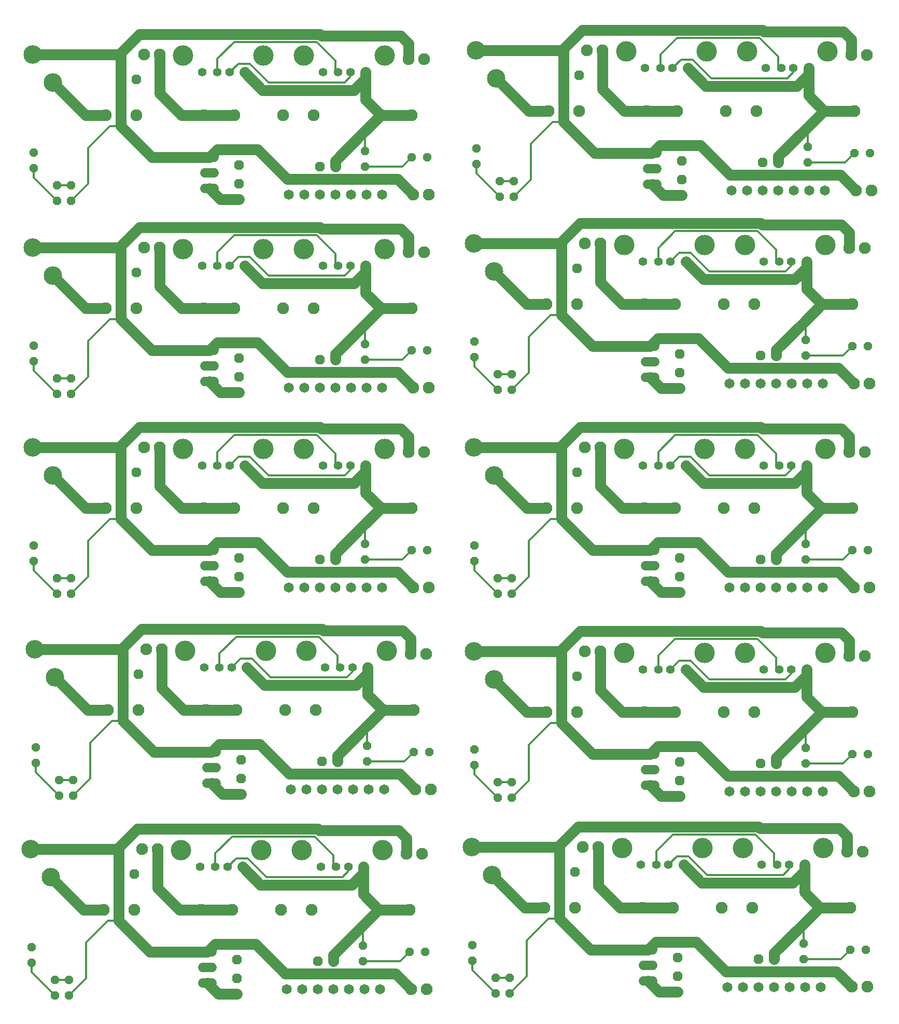
<source format=gtl>
G75*
G70*
%OFA0B0*%
%FSLAX24Y24*%
%IPPOS*%
%LPD*%
G04 *
G04 macro definitions for tiled file 'copperStiched.GTL':*
G04 *
%AMOC8*
5,1,8,0,0,1.08239X$1,22.5*
%
G04 *
G04 aperture list for tiled file 'copperStiched.GTL':*
G04 *
%ADD21C,0.0120*%
%ADD18C,0.1185*%
%ADD11C,0.0650*%
%ADD15C,0.0600*%
%ADD20C,0.0700*%
%ADD19OC8,0.0520*%
%ADD14C,0.0768*%
%ADD13C,0.1310*%
%ADD16OC8,0.0630*%
%ADD12C,0.0560*%
%ADD10C,0.0760*%
%ADD17C,0.0630*%
G04 *
G04 next data from source file './adk-aDAPTERanothercopy/top_copper.GTL', *
G04 source file key is 'infile_0003'. *
G04 *
D10*
X038825Y108316D03*
X039825Y108316D03*
X055825Y108016D03*
X056825Y108016D03*
X057126Y099317D03*
X056126Y099317D03*
D11*
X054125Y099316D03*
X053125Y099316D03*
X052125Y099316D03*
X051125Y099316D03*
X050125Y099316D03*
X049125Y099316D03*
X048125Y099316D03*
D12*
X050330Y107156D03*
X051310Y107156D03*
X052100Y107156D03*
X053080Y107156D03*
X045310Y107156D03*
X044330Y107156D03*
X043540Y107156D03*
X042560Y107156D03*
D13*
X041350Y108226D03*
X046520Y108226D03*
X049120Y108226D03*
X054290Y108226D03*
D14*
X054056Y104416D03*
X056025Y104416D03*
X049725Y104416D03*
X047757Y104416D03*
X044625Y104416D03*
X042656Y104416D03*
X038325Y104416D03*
X036357Y104416D03*
D15*
X042725Y101716D02*
X043325Y101716D01*
X043325Y100716D02*
X042725Y100716D01*
X042725Y099716D02*
X043325Y099716D01*
D16*
X044925Y100016D03*
X044925Y101216D03*
X050125Y101116D03*
X038325Y106716D03*
D17*
X037325Y106716D03*
X044925Y102216D03*
X044925Y099016D03*
X051125Y101116D03*
D18*
X032975Y106516D03*
X031675Y108316D03*
D19*
X033225Y098916D03*
X034125Y098916D03*
X034125Y099916D03*
X033225Y099916D03*
X031725Y101016D03*
X031725Y102016D03*
X053025Y102116D03*
X053025Y101116D03*
X056025Y101716D03*
X057025Y101716D03*
D20*
X055127Y100316D02*
X056126Y099317D01*
X055127Y100316D02*
X048025Y100316D01*
X046125Y102216D01*
X044925Y102216D01*
X043525Y102216D01*
X043025Y101716D01*
X039325Y101716D01*
X037325Y103716D01*
X037325Y106716D01*
X037325Y108316D01*
X031675Y108316D01*
X032975Y106516D02*
X035075Y104416D01*
X036357Y104416D01*
X039825Y105816D02*
X039825Y108316D01*
X038525Y109616D02*
X037325Y108416D01*
X037325Y108316D01*
X038525Y109616D02*
X050125Y109616D01*
X050225Y109516D01*
X055325Y109516D01*
X055825Y109016D01*
X055825Y108016D01*
X053080Y107156D02*
X053080Y106771D01*
X052325Y106016D01*
X046450Y106016D01*
X045310Y107156D01*
X044625Y104416D02*
X042656Y104416D01*
X041225Y104416D01*
X039825Y105816D01*
X043025Y099716D02*
X043725Y099016D01*
X044925Y099016D01*
X051125Y101116D02*
X051125Y101486D01*
X052841Y103201D01*
X054056Y104416D01*
X056025Y104416D01*
X054056Y104416D02*
X053080Y105392D01*
X053080Y107156D01*
D21*
X052100Y107156D02*
X052100Y106891D01*
X051725Y106516D01*
X046825Y106516D01*
X045625Y107716D01*
X044890Y107716D01*
X044330Y107156D01*
X043540Y107156D02*
X043540Y108031D01*
X044625Y109116D01*
X049925Y109116D01*
X051125Y107916D01*
X051125Y107341D01*
X051310Y107156D01*
X052841Y103201D02*
X053025Y103016D01*
X053025Y102116D01*
X053025Y101116D02*
X055425Y101116D01*
X056025Y101716D01*
X037325Y103716D02*
X036625Y103716D01*
X035225Y102316D01*
X035225Y100016D01*
X034125Y098916D01*
X033225Y098916D02*
X031725Y100416D01*
X031725Y101016D01*
X033225Y099916D02*
X034125Y099916D01*
G04 *
G04 next data from source file './adk-aDAPTER/top_copper.GTL', *
G04 source file key is 'infile_0010'. *
G04 *
D10*
X038825Y082126D03*
X039825Y082126D03*
X055825Y081826D03*
X056825Y081826D03*
X057126Y073127D03*
X056126Y073127D03*
D11*
X054125Y073126D03*
X053125Y073126D03*
X052125Y073126D03*
X051125Y073126D03*
X050125Y073126D03*
X049125Y073126D03*
X048125Y073126D03*
D12*
X050330Y080966D03*
X051310Y080966D03*
X052100Y080966D03*
X053080Y080966D03*
X045310Y080966D03*
X044330Y080966D03*
X043540Y080966D03*
X042560Y080966D03*
D13*
X041350Y082036D03*
X046520Y082036D03*
X049120Y082036D03*
X054290Y082036D03*
D14*
X054056Y078226D03*
X056025Y078226D03*
X049725Y078226D03*
X047757Y078226D03*
X044625Y078226D03*
X042656Y078226D03*
X038325Y078226D03*
X036357Y078226D03*
D15*
X042725Y075526D02*
X043325Y075526D01*
X043325Y074526D02*
X042725Y074526D01*
X042725Y073526D02*
X043325Y073526D01*
D16*
X044925Y073826D03*
X044925Y075026D03*
X050125Y074926D03*
X038325Y080526D03*
D17*
X037325Y080526D03*
X044925Y076026D03*
X044925Y072826D03*
X051125Y074926D03*
D18*
X032975Y080326D03*
X031675Y082126D03*
D19*
X033225Y072726D03*
X034125Y072726D03*
X034125Y073726D03*
X033225Y073726D03*
X031725Y074826D03*
X031725Y075826D03*
X053025Y075926D03*
X053025Y074926D03*
X056025Y075526D03*
X057025Y075526D03*
D20*
X055127Y074126D02*
X056126Y073127D01*
X055127Y074126D02*
X048025Y074126D01*
X046125Y076026D01*
X044925Y076026D01*
X043525Y076026D01*
X043025Y075526D01*
X039325Y075526D01*
X037325Y077526D01*
X037325Y080526D01*
X037325Y082126D01*
X031675Y082126D01*
X032975Y080326D02*
X035075Y078226D01*
X036357Y078226D01*
X039825Y079626D02*
X039825Y082126D01*
X038525Y083426D02*
X037325Y082226D01*
X037325Y082126D01*
X038525Y083426D02*
X050125Y083426D01*
X050225Y083326D01*
X055325Y083326D01*
X055825Y082826D01*
X055825Y081826D01*
X053080Y080966D02*
X053080Y080581D01*
X052325Y079826D01*
X046450Y079826D01*
X045310Y080966D01*
X044625Y078226D02*
X042656Y078226D01*
X041225Y078226D01*
X039825Y079626D01*
X043025Y073526D02*
X043725Y072826D01*
X044925Y072826D01*
X051125Y074926D02*
X051125Y075296D01*
X052841Y077011D01*
X054056Y078226D01*
X056025Y078226D01*
X054056Y078226D02*
X053080Y079202D01*
X053080Y080966D01*
D21*
X052100Y080966D02*
X052100Y080701D01*
X051725Y080326D01*
X046825Y080326D01*
X045625Y081526D01*
X044890Y081526D01*
X044330Y080966D01*
X043540Y080966D02*
X043540Y081841D01*
X044625Y082926D01*
X049925Y082926D01*
X051125Y081726D01*
X051125Y081151D01*
X051310Y080966D01*
X052841Y077011D02*
X053025Y076826D01*
X053025Y075926D01*
X053025Y074926D02*
X055425Y074926D01*
X056025Y075526D01*
X037325Y077526D02*
X036625Y077526D01*
X035225Y076126D01*
X035225Y073826D01*
X034125Y072726D01*
X033225Y072726D02*
X031725Y074226D01*
X031725Y074826D01*
X033225Y073726D02*
X034125Y073726D01*
G04 *
G04 next data from source file './adk-aDAPTER6thcopy/top_copper.GTL', *
G04 source file key is 'infile_0008'. *
G04 *
D10*
X038825Y095221D03*
X039825Y095221D03*
X055825Y094921D03*
X056825Y094921D03*
X057126Y086222D03*
X056126Y086222D03*
D11*
X054125Y086221D03*
X053125Y086221D03*
X052125Y086221D03*
X051125Y086221D03*
X050125Y086221D03*
X049125Y086221D03*
X048125Y086221D03*
D12*
X050330Y094061D03*
X051310Y094061D03*
X052100Y094061D03*
X053080Y094061D03*
X045310Y094061D03*
X044330Y094061D03*
X043540Y094061D03*
X042560Y094061D03*
D13*
X041350Y095131D03*
X046520Y095131D03*
X049120Y095131D03*
X054290Y095131D03*
D14*
X054056Y091321D03*
X056025Y091321D03*
X049725Y091321D03*
X047757Y091321D03*
X044625Y091321D03*
X042656Y091321D03*
X038325Y091321D03*
X036357Y091321D03*
D15*
X042725Y088621D02*
X043325Y088621D01*
X043325Y087621D02*
X042725Y087621D01*
X042725Y086621D02*
X043325Y086621D01*
D16*
X044925Y086921D03*
X044925Y088121D03*
X050125Y088021D03*
X038325Y093621D03*
D17*
X037325Y093621D03*
X044925Y089121D03*
X044925Y085921D03*
X051125Y088021D03*
D18*
X032975Y093421D03*
X031675Y095221D03*
D19*
X033225Y085821D03*
X034125Y085821D03*
X034125Y086821D03*
X033225Y086821D03*
X031725Y087921D03*
X031725Y088921D03*
X053025Y089021D03*
X053025Y088021D03*
X056025Y088621D03*
X057025Y088621D03*
D20*
X055127Y087221D02*
X056126Y086222D01*
X055127Y087221D02*
X048025Y087221D01*
X046125Y089121D01*
X044925Y089121D01*
X043525Y089121D01*
X043025Y088621D01*
X039325Y088621D01*
X037325Y090621D01*
X037325Y093621D01*
X037325Y095221D01*
X031675Y095221D01*
X032975Y093421D02*
X035075Y091321D01*
X036357Y091321D01*
X039825Y092721D02*
X039825Y095221D01*
X038525Y096521D02*
X037325Y095321D01*
X037325Y095221D01*
X038525Y096521D02*
X050125Y096521D01*
X050225Y096421D01*
X055325Y096421D01*
X055825Y095921D01*
X055825Y094921D01*
X053080Y094061D02*
X053080Y093676D01*
X052325Y092921D01*
X046450Y092921D01*
X045310Y094061D01*
X044625Y091321D02*
X042656Y091321D01*
X041225Y091321D01*
X039825Y092721D01*
X043025Y086621D02*
X043725Y085921D01*
X044925Y085921D01*
X051125Y088021D02*
X051125Y088391D01*
X052841Y090106D01*
X054056Y091321D01*
X056025Y091321D01*
X054056Y091321D02*
X053080Y092297D01*
X053080Y094061D01*
D21*
X052100Y094061D02*
X052100Y093796D01*
X051725Y093421D01*
X046825Y093421D01*
X045625Y094621D01*
X044890Y094621D01*
X044330Y094061D01*
X043540Y094061D02*
X043540Y094936D01*
X044625Y096021D01*
X049925Y096021D01*
X051125Y094821D01*
X051125Y094246D01*
X051310Y094061D01*
X052841Y090106D02*
X053025Y089921D01*
X053025Y089021D01*
X053025Y088021D02*
X055425Y088021D01*
X056025Y088621D01*
X037325Y090621D02*
X036625Y090621D01*
X035225Y089221D01*
X035225Y086921D01*
X034125Y085821D01*
X033225Y085821D02*
X031725Y087321D01*
X031725Y087921D01*
X033225Y086821D02*
X034125Y086821D01*
G04 *
G04 next data from source file './adk-aDAPTERcopy/top_copper.GTL', *
G04 source file key is 'infile_0007'. *
G04 *
D10*
X010610Y082261D03*
X011610Y082261D03*
X027610Y081961D03*
X028610Y081961D03*
X028911Y073262D03*
X027911Y073262D03*
D11*
X025910Y073261D03*
X024910Y073261D03*
X023910Y073261D03*
X022910Y073261D03*
X021910Y073261D03*
X020910Y073261D03*
X019910Y073261D03*
D12*
X022115Y081101D03*
X023095Y081101D03*
X023885Y081101D03*
X024865Y081101D03*
X017095Y081101D03*
X016115Y081101D03*
X015325Y081101D03*
X014345Y081101D03*
D13*
X013135Y082171D03*
X018305Y082171D03*
X020905Y082171D03*
X026075Y082171D03*
D14*
X025841Y078361D03*
X027810Y078361D03*
X021510Y078361D03*
X019542Y078361D03*
X016410Y078361D03*
X014441Y078361D03*
X010110Y078361D03*
X008142Y078361D03*
D15*
X014510Y075661D02*
X015110Y075661D01*
X015110Y074661D02*
X014510Y074661D01*
X014510Y073661D02*
X015110Y073661D01*
D16*
X016710Y073961D03*
X016710Y075161D03*
X021910Y075061D03*
X010110Y080661D03*
D17*
X009110Y080661D03*
X016710Y076161D03*
X016710Y072961D03*
X022910Y075061D03*
D18*
X004760Y080461D03*
X003460Y082261D03*
D19*
X005010Y072861D03*
X005910Y072861D03*
X005910Y073861D03*
X005010Y073861D03*
X003510Y074961D03*
X003510Y075961D03*
X024810Y076061D03*
X024810Y075061D03*
X027810Y075661D03*
X028810Y075661D03*
D20*
X026912Y074261D02*
X027911Y073262D01*
X026912Y074261D02*
X019810Y074261D01*
X017910Y076161D01*
X016710Y076161D01*
X015310Y076161D01*
X014810Y075661D01*
X011110Y075661D01*
X009110Y077661D01*
X009110Y080661D01*
X009110Y082261D01*
X003460Y082261D01*
X004760Y080461D02*
X006860Y078361D01*
X008142Y078361D01*
X011610Y079761D02*
X011610Y082261D01*
X010310Y083561D02*
X009110Y082361D01*
X009110Y082261D01*
X010310Y083561D02*
X021910Y083561D01*
X022010Y083461D01*
X027110Y083461D01*
X027610Y082961D01*
X027610Y081961D01*
X024865Y081101D02*
X024865Y080716D01*
X024110Y079961D01*
X018235Y079961D01*
X017095Y081101D01*
X016410Y078361D02*
X014441Y078361D01*
X013010Y078361D01*
X011610Y079761D01*
X014810Y073661D02*
X015510Y072961D01*
X016710Y072961D01*
X022910Y075061D02*
X022910Y075431D01*
X024626Y077146D01*
X025841Y078361D01*
X027810Y078361D01*
X025841Y078361D02*
X024865Y079337D01*
X024865Y081101D01*
D21*
X023885Y081101D02*
X023885Y080836D01*
X023510Y080461D01*
X018610Y080461D01*
X017410Y081661D01*
X016675Y081661D01*
X016115Y081101D01*
X015325Y081101D02*
X015325Y081976D01*
X016410Y083061D01*
X021710Y083061D01*
X022910Y081861D01*
X022910Y081286D01*
X023095Y081101D01*
X024626Y077146D02*
X024810Y076961D01*
X024810Y076061D01*
X024810Y075061D02*
X027210Y075061D01*
X027810Y075661D01*
X009110Y077661D02*
X008410Y077661D01*
X007010Y076261D01*
X007010Y073961D01*
X005910Y072861D01*
X005010Y072861D02*
X003510Y074361D01*
X003510Y074961D01*
X005010Y073861D02*
X005910Y073861D01*
G04 *
G04 next data from source file './adk-aDAPTERcopycopy/top_copper.GTL', *
G04 source file key is 'infile_0004'. *
G04 *
D10*
X010340Y069436D03*
X011340Y069436D03*
X027340Y069136D03*
X028340Y069136D03*
X028641Y060437D03*
X027641Y060437D03*
D11*
X025640Y060436D03*
X024640Y060436D03*
X023640Y060436D03*
X022640Y060436D03*
X021640Y060436D03*
X020640Y060436D03*
X019640Y060436D03*
D12*
X021845Y068276D03*
X022825Y068276D03*
X023615Y068276D03*
X024595Y068276D03*
X016825Y068276D03*
X015845Y068276D03*
X015055Y068276D03*
X014075Y068276D03*
D13*
X012865Y069346D03*
X018035Y069346D03*
X020635Y069346D03*
X025805Y069346D03*
D14*
X025571Y065536D03*
X027540Y065536D03*
X021240Y065536D03*
X019272Y065536D03*
X016140Y065536D03*
X014171Y065536D03*
X009840Y065536D03*
X007872Y065536D03*
D15*
X014240Y062836D02*
X014840Y062836D01*
X014840Y061836D02*
X014240Y061836D01*
X014240Y060836D02*
X014840Y060836D01*
D16*
X016440Y061136D03*
X016440Y062336D03*
X021640Y062236D03*
X009840Y067836D03*
D17*
X008840Y067836D03*
X016440Y063336D03*
X016440Y060136D03*
X022640Y062236D03*
D18*
X004490Y067636D03*
X003190Y069436D03*
D19*
X004740Y060036D03*
X005640Y060036D03*
X005640Y061036D03*
X004740Y061036D03*
X003240Y062136D03*
X003240Y063136D03*
X024540Y063236D03*
X024540Y062236D03*
X027540Y062836D03*
X028540Y062836D03*
D20*
X026642Y061436D02*
X027641Y060437D01*
X026642Y061436D02*
X019540Y061436D01*
X017640Y063336D01*
X016440Y063336D01*
X015040Y063336D01*
X014540Y062836D01*
X010840Y062836D01*
X008840Y064836D01*
X008840Y067836D01*
X008840Y069436D01*
X003190Y069436D01*
X004490Y067636D02*
X006590Y065536D01*
X007872Y065536D01*
X011340Y066936D02*
X011340Y069436D01*
X010040Y070736D02*
X008840Y069536D01*
X008840Y069436D01*
X010040Y070736D02*
X021640Y070736D01*
X021740Y070636D01*
X026840Y070636D01*
X027340Y070136D01*
X027340Y069136D01*
X024595Y068276D02*
X024595Y067891D01*
X023840Y067136D01*
X017965Y067136D01*
X016825Y068276D01*
X016140Y065536D02*
X014171Y065536D01*
X012740Y065536D01*
X011340Y066936D01*
X014540Y060836D02*
X015240Y060136D01*
X016440Y060136D01*
X022640Y062236D02*
X022640Y062606D01*
X024356Y064321D01*
X025571Y065536D01*
X027540Y065536D01*
X025571Y065536D02*
X024595Y066512D01*
X024595Y068276D01*
D21*
X023615Y068276D02*
X023615Y068011D01*
X023240Y067636D01*
X018340Y067636D01*
X017140Y068836D01*
X016405Y068836D01*
X015845Y068276D01*
X015055Y068276D02*
X015055Y069151D01*
X016140Y070236D01*
X021440Y070236D01*
X022640Y069036D01*
X022640Y068461D01*
X022825Y068276D01*
X024356Y064321D02*
X024540Y064136D01*
X024540Y063236D01*
X024540Y062236D02*
X026940Y062236D01*
X027540Y062836D01*
X008840Y064836D02*
X008140Y064836D01*
X006740Y063436D01*
X006740Y061136D01*
X005640Y060036D01*
X004740Y060036D02*
X003240Y061536D01*
X003240Y062136D01*
X004740Y061036D02*
X005640Y061036D01*
G04 *
G04 next data from source file './adk-aDAPTER5thcopy/top_copper.GTL', *
G04 source file key is 'infile_0002'. *
G04 *
D10*
X010475Y108046D03*
X011475Y108046D03*
X027475Y107746D03*
X028475Y107746D03*
X028776Y099047D03*
X027776Y099047D03*
D11*
X025775Y099046D03*
X024775Y099046D03*
X023775Y099046D03*
X022775Y099046D03*
X021775Y099046D03*
X020775Y099046D03*
X019775Y099046D03*
D12*
X021980Y106886D03*
X022960Y106886D03*
X023750Y106886D03*
X024730Y106886D03*
X016960Y106886D03*
X015980Y106886D03*
X015190Y106886D03*
X014210Y106886D03*
D13*
X013000Y107956D03*
X018170Y107956D03*
X020770Y107956D03*
X025940Y107956D03*
D14*
X025706Y104146D03*
X027675Y104146D03*
X021375Y104146D03*
X019407Y104146D03*
X016275Y104146D03*
X014306Y104146D03*
X009975Y104146D03*
X008007Y104146D03*
D15*
X014375Y101446D02*
X014975Y101446D01*
X014975Y100446D02*
X014375Y100446D01*
X014375Y099446D02*
X014975Y099446D01*
D16*
X016575Y099746D03*
X016575Y100946D03*
X021775Y100846D03*
X009975Y106446D03*
D17*
X008975Y106446D03*
X016575Y101946D03*
X016575Y098746D03*
X022775Y100846D03*
D18*
X004625Y106246D03*
X003325Y108046D03*
D19*
X004875Y098646D03*
X005775Y098646D03*
X005775Y099646D03*
X004875Y099646D03*
X003375Y100746D03*
X003375Y101746D03*
X024675Y101846D03*
X024675Y100846D03*
X027675Y101446D03*
X028675Y101446D03*
D20*
X026777Y100046D02*
X027776Y099047D01*
X026777Y100046D02*
X019675Y100046D01*
X017775Y101946D01*
X016575Y101946D01*
X015175Y101946D01*
X014675Y101446D01*
X010975Y101446D01*
X008975Y103446D01*
X008975Y106446D01*
X008975Y108046D01*
X003325Y108046D01*
X004625Y106246D02*
X006725Y104146D01*
X008007Y104146D01*
X011475Y105546D02*
X011475Y108046D01*
X010175Y109346D02*
X008975Y108146D01*
X008975Y108046D01*
X010175Y109346D02*
X021775Y109346D01*
X021875Y109246D01*
X026975Y109246D01*
X027475Y108746D01*
X027475Y107746D01*
X024730Y106886D02*
X024730Y106501D01*
X023975Y105746D01*
X018100Y105746D01*
X016960Y106886D01*
X016275Y104146D02*
X014306Y104146D01*
X012875Y104146D01*
X011475Y105546D01*
X014675Y099446D02*
X015375Y098746D01*
X016575Y098746D01*
X022775Y100846D02*
X022775Y101216D01*
X024491Y102931D01*
X025706Y104146D01*
X027675Y104146D01*
X025706Y104146D02*
X024730Y105122D01*
X024730Y106886D01*
D21*
X023750Y106886D02*
X023750Y106621D01*
X023375Y106246D01*
X018475Y106246D01*
X017275Y107446D01*
X016540Y107446D01*
X015980Y106886D01*
X015190Y106886D02*
X015190Y107761D01*
X016275Y108846D01*
X021575Y108846D01*
X022775Y107646D01*
X022775Y107071D01*
X022960Y106886D01*
X024491Y102931D02*
X024675Y102746D01*
X024675Y101846D01*
X024675Y100846D02*
X027075Y100846D01*
X027675Y101446D01*
X008975Y103446D02*
X008275Y103446D01*
X006875Y102046D01*
X006875Y099746D01*
X005775Y098646D01*
X004875Y098646D02*
X003375Y100146D01*
X003375Y100746D01*
X004875Y099646D02*
X005775Y099646D01*
G04 *
G04 next data from source file './adk-aDAPTER4thcopy/top_copper.GTL', *
G04 source file key is 'infile_0005'. *
G04 *
D10*
X010475Y095221D03*
X011475Y095221D03*
X027475Y094921D03*
X028475Y094921D03*
X028776Y086222D03*
X027776Y086222D03*
D11*
X025775Y086221D03*
X024775Y086221D03*
X023775Y086221D03*
X022775Y086221D03*
X021775Y086221D03*
X020775Y086221D03*
X019775Y086221D03*
D12*
X021980Y094061D03*
X022960Y094061D03*
X023750Y094061D03*
X024730Y094061D03*
X016960Y094061D03*
X015980Y094061D03*
X015190Y094061D03*
X014210Y094061D03*
D13*
X013000Y095131D03*
X018170Y095131D03*
X020770Y095131D03*
X025940Y095131D03*
D14*
X025706Y091321D03*
X027675Y091321D03*
X021375Y091321D03*
X019407Y091321D03*
X016275Y091321D03*
X014306Y091321D03*
X009975Y091321D03*
X008007Y091321D03*
D15*
X014375Y088621D02*
X014975Y088621D01*
X014975Y087621D02*
X014375Y087621D01*
X014375Y086621D02*
X014975Y086621D01*
D16*
X016575Y086921D03*
X016575Y088121D03*
X021775Y088021D03*
X009975Y093621D03*
D17*
X008975Y093621D03*
X016575Y089121D03*
X016575Y085921D03*
X022775Y088021D03*
D18*
X004625Y093421D03*
X003325Y095221D03*
D19*
X004875Y085821D03*
X005775Y085821D03*
X005775Y086821D03*
X004875Y086821D03*
X003375Y087921D03*
X003375Y088921D03*
X024675Y089021D03*
X024675Y088021D03*
X027675Y088621D03*
X028675Y088621D03*
D20*
X026777Y087221D02*
X027776Y086222D01*
X026777Y087221D02*
X019675Y087221D01*
X017775Y089121D01*
X016575Y089121D01*
X015175Y089121D01*
X014675Y088621D01*
X010975Y088621D01*
X008975Y090621D01*
X008975Y093621D01*
X008975Y095221D01*
X003325Y095221D01*
X004625Y093421D02*
X006725Y091321D01*
X008007Y091321D01*
X011475Y092721D02*
X011475Y095221D01*
X010175Y096521D02*
X008975Y095321D01*
X008975Y095221D01*
X010175Y096521D02*
X021775Y096521D01*
X021875Y096421D01*
X026975Y096421D01*
X027475Y095921D01*
X027475Y094921D01*
X024730Y094061D02*
X024730Y093676D01*
X023975Y092921D01*
X018100Y092921D01*
X016960Y094061D01*
X016275Y091321D02*
X014306Y091321D01*
X012875Y091321D01*
X011475Y092721D01*
X014675Y086621D02*
X015375Y085921D01*
X016575Y085921D01*
X022775Y088021D02*
X022775Y088391D01*
X024491Y090106D01*
X025706Y091321D01*
X027675Y091321D01*
X025706Y091321D02*
X024730Y092297D01*
X024730Y094061D01*
D21*
X023750Y094061D02*
X023750Y093796D01*
X023375Y093421D01*
X018475Y093421D01*
X017275Y094621D01*
X016540Y094621D01*
X015980Y094061D01*
X015190Y094061D02*
X015190Y094936D01*
X016275Y096021D01*
X021575Y096021D01*
X022775Y094821D01*
X022775Y094246D01*
X022960Y094061D01*
X024491Y090106D02*
X024675Y089921D01*
X024675Y089021D01*
X024675Y088021D02*
X027075Y088021D01*
X027675Y088621D01*
X008975Y090621D02*
X008275Y090621D01*
X006875Y089221D01*
X006875Y086921D01*
X005775Y085821D01*
X004875Y085821D02*
X003375Y087321D01*
X003375Y087921D01*
X004875Y086821D02*
X005775Y086821D01*
G04 *
G04 next data from source file './adk-aDAPTERcopyanothercopy/top_copper.GTL', *
G04 source file key is 'infile_0009'. *
G04 *
D10*
X038690Y069571D03*
X039690Y069571D03*
X055690Y069271D03*
X056690Y069271D03*
X056991Y060572D03*
X055991Y060572D03*
D11*
X053990Y060571D03*
X052990Y060571D03*
X051990Y060571D03*
X050990Y060571D03*
X049990Y060571D03*
X048990Y060571D03*
X047990Y060571D03*
D12*
X050195Y068411D03*
X051175Y068411D03*
X051965Y068411D03*
X052945Y068411D03*
X045175Y068411D03*
X044195Y068411D03*
X043405Y068411D03*
X042425Y068411D03*
D13*
X041215Y069481D03*
X046385Y069481D03*
X048985Y069481D03*
X054155Y069481D03*
D14*
X053921Y065671D03*
X055890Y065671D03*
X049590Y065671D03*
X047622Y065671D03*
X044490Y065671D03*
X042521Y065671D03*
X038190Y065671D03*
X036222Y065671D03*
D15*
X042590Y062971D02*
X043190Y062971D01*
X043190Y061971D02*
X042590Y061971D01*
X042590Y060971D02*
X043190Y060971D01*
D16*
X044790Y061271D03*
X044790Y062471D03*
X049990Y062371D03*
X038190Y067971D03*
D17*
X037190Y067971D03*
X044790Y063471D03*
X044790Y060271D03*
X050990Y062371D03*
D18*
X032840Y067771D03*
X031540Y069571D03*
D19*
X033090Y060171D03*
X033990Y060171D03*
X033990Y061171D03*
X033090Y061171D03*
X031590Y062271D03*
X031590Y063271D03*
X052890Y063371D03*
X052890Y062371D03*
X055890Y062971D03*
X056890Y062971D03*
D20*
X054992Y061571D02*
X055991Y060572D01*
X054992Y061571D02*
X047890Y061571D01*
X045990Y063471D01*
X044790Y063471D01*
X043390Y063471D01*
X042890Y062971D01*
X039190Y062971D01*
X037190Y064971D01*
X037190Y067971D01*
X037190Y069571D01*
X031540Y069571D01*
X032840Y067771D02*
X034940Y065671D01*
X036222Y065671D01*
X039690Y067071D02*
X039690Y069571D01*
X038390Y070871D02*
X037190Y069671D01*
X037190Y069571D01*
X038390Y070871D02*
X049990Y070871D01*
X050090Y070771D01*
X055190Y070771D01*
X055690Y070271D01*
X055690Y069271D01*
X052945Y068411D02*
X052945Y068026D01*
X052190Y067271D01*
X046315Y067271D01*
X045175Y068411D01*
X044490Y065671D02*
X042521Y065671D01*
X041090Y065671D01*
X039690Y067071D01*
X042890Y060971D02*
X043590Y060271D01*
X044790Y060271D01*
X050990Y062371D02*
X050990Y062741D01*
X052706Y064456D01*
X053921Y065671D01*
X055890Y065671D01*
X053921Y065671D02*
X052945Y066647D01*
X052945Y068411D01*
D21*
X051965Y068411D02*
X051965Y068146D01*
X051590Y067771D01*
X046690Y067771D01*
X045490Y068971D01*
X044755Y068971D01*
X044195Y068411D01*
X043405Y068411D02*
X043405Y069286D01*
X044490Y070371D01*
X049790Y070371D01*
X050990Y069171D01*
X050990Y068596D01*
X051175Y068411D01*
X052706Y064456D02*
X052890Y064271D01*
X052890Y063371D01*
X052890Y062371D02*
X055290Y062371D01*
X055890Y062971D01*
X037190Y064971D02*
X036490Y064971D01*
X035090Y063571D01*
X035090Y061271D01*
X033990Y060171D01*
X033090Y060171D02*
X031590Y061671D01*
X031590Y062271D01*
X033090Y061171D02*
X033990Y061171D01*
G04 *
G04 next data from source file './adk-aDAPTER3rdcopy/top_copper.GTL', *
G04 source file key is 'infile_0006'. *
G04 *
D10*
X038960Y120736D03*
X039960Y120736D03*
X055960Y120436D03*
X056960Y120436D03*
X057261Y111737D03*
X056261Y111737D03*
D11*
X054260Y111736D03*
X053260Y111736D03*
X052260Y111736D03*
X051260Y111736D03*
X050260Y111736D03*
X049260Y111736D03*
X048260Y111736D03*
D12*
X050465Y119576D03*
X051445Y119576D03*
X052235Y119576D03*
X053215Y119576D03*
X045445Y119576D03*
X044465Y119576D03*
X043675Y119576D03*
X042695Y119576D03*
D13*
X041485Y120646D03*
X046655Y120646D03*
X049255Y120646D03*
X054425Y120646D03*
D14*
X054191Y116836D03*
X056160Y116836D03*
X049860Y116836D03*
X047892Y116836D03*
X044760Y116836D03*
X042791Y116836D03*
X038460Y116836D03*
X036492Y116836D03*
D15*
X042860Y114136D02*
X043460Y114136D01*
X043460Y113136D02*
X042860Y113136D01*
X042860Y112136D02*
X043460Y112136D01*
D16*
X045060Y112436D03*
X045060Y113636D03*
X050260Y113536D03*
X038460Y119136D03*
D17*
X037460Y119136D03*
X045060Y114636D03*
X045060Y111436D03*
X051260Y113536D03*
D18*
X033110Y118936D03*
X031810Y120736D03*
D19*
X033360Y111336D03*
X034260Y111336D03*
X034260Y112336D03*
X033360Y112336D03*
X031860Y113436D03*
X031860Y114436D03*
X053160Y114536D03*
X053160Y113536D03*
X056160Y114136D03*
X057160Y114136D03*
D20*
X055262Y112736D02*
X056261Y111737D01*
X055262Y112736D02*
X048160Y112736D01*
X046260Y114636D01*
X045060Y114636D01*
X043660Y114636D01*
X043160Y114136D01*
X039460Y114136D01*
X037460Y116136D01*
X037460Y119136D01*
X037460Y120736D01*
X031810Y120736D01*
X033110Y118936D02*
X035210Y116836D01*
X036492Y116836D01*
X039960Y118236D02*
X039960Y120736D01*
X038660Y122036D02*
X037460Y120836D01*
X037460Y120736D01*
X038660Y122036D02*
X050260Y122036D01*
X050360Y121936D01*
X055460Y121936D01*
X055960Y121436D01*
X055960Y120436D01*
X053215Y119576D02*
X053215Y119191D01*
X052460Y118436D01*
X046585Y118436D01*
X045445Y119576D01*
X044760Y116836D02*
X042791Y116836D01*
X041360Y116836D01*
X039960Y118236D01*
X043160Y112136D02*
X043860Y111436D01*
X045060Y111436D01*
X051260Y113536D02*
X051260Y113906D01*
X052976Y115621D01*
X054191Y116836D01*
X056160Y116836D01*
X054191Y116836D02*
X053215Y117812D01*
X053215Y119576D01*
D21*
X052235Y119576D02*
X052235Y119311D01*
X051860Y118936D01*
X046960Y118936D01*
X045760Y120136D01*
X045025Y120136D01*
X044465Y119576D01*
X043675Y119576D02*
X043675Y120451D01*
X044760Y121536D01*
X050060Y121536D01*
X051260Y120336D01*
X051260Y119761D01*
X051445Y119576D01*
X052976Y115621D02*
X053160Y115436D01*
X053160Y114536D01*
X053160Y113536D02*
X055560Y113536D01*
X056160Y114136D01*
X037460Y116136D02*
X036760Y116136D01*
X035360Y114736D01*
X035360Y112436D01*
X034260Y111336D01*
X033360Y111336D02*
X031860Y112836D01*
X031860Y113436D01*
X033360Y112336D02*
X034260Y112336D01*
G04 *
G04 next data from source file './adk-aDAPTER7thcopy/top_copper.GTL', *
G04 source file key is 'infile_0001'. *
G04 *
D10*
X010475Y120466D03*
X011475Y120466D03*
X027475Y120166D03*
X028475Y120166D03*
X028776Y111467D03*
X027776Y111467D03*
D11*
X025775Y111466D03*
X024775Y111466D03*
X023775Y111466D03*
X022775Y111466D03*
X021775Y111466D03*
X020775Y111466D03*
X019775Y111466D03*
D12*
X021980Y119306D03*
X022960Y119306D03*
X023750Y119306D03*
X024730Y119306D03*
X016960Y119306D03*
X015980Y119306D03*
X015190Y119306D03*
X014210Y119306D03*
D13*
X013000Y120376D03*
X018170Y120376D03*
X020770Y120376D03*
X025940Y120376D03*
D14*
X025706Y116566D03*
X027675Y116566D03*
X021375Y116566D03*
X019407Y116566D03*
X016275Y116566D03*
X014306Y116566D03*
X009975Y116566D03*
X008007Y116566D03*
D15*
X014375Y113866D02*
X014975Y113866D01*
X014975Y112866D02*
X014375Y112866D01*
X014375Y111866D02*
X014975Y111866D01*
D16*
X016575Y112166D03*
X016575Y113366D03*
X021775Y113266D03*
X009975Y118866D03*
D17*
X008975Y118866D03*
X016575Y114366D03*
X016575Y111166D03*
X022775Y113266D03*
D18*
X004625Y118666D03*
X003325Y120466D03*
D19*
X004875Y111066D03*
X005775Y111066D03*
X005775Y112066D03*
X004875Y112066D03*
X003375Y113166D03*
X003375Y114166D03*
X024675Y114266D03*
X024675Y113266D03*
X027675Y113866D03*
X028675Y113866D03*
D20*
X026777Y112466D02*
X027776Y111467D01*
X026777Y112466D02*
X019675Y112466D01*
X017775Y114366D01*
X016575Y114366D01*
X015175Y114366D01*
X014675Y113866D01*
X010975Y113866D01*
X008975Y115866D01*
X008975Y118866D01*
X008975Y120466D01*
X003325Y120466D01*
X004625Y118666D02*
X006725Y116566D01*
X008007Y116566D01*
X011475Y117966D02*
X011475Y120466D01*
X010175Y121766D02*
X008975Y120566D01*
X008975Y120466D01*
X010175Y121766D02*
X021775Y121766D01*
X021875Y121666D01*
X026975Y121666D01*
X027475Y121166D01*
X027475Y120166D01*
X024730Y119306D02*
X024730Y118921D01*
X023975Y118166D01*
X018100Y118166D01*
X016960Y119306D01*
X016275Y116566D02*
X014306Y116566D01*
X012875Y116566D01*
X011475Y117966D01*
X014675Y111866D02*
X015375Y111166D01*
X016575Y111166D01*
X022775Y113266D02*
X022775Y113636D01*
X024491Y115351D01*
X025706Y116566D01*
X027675Y116566D01*
X025706Y116566D02*
X024730Y117542D01*
X024730Y119306D01*
D21*
X023750Y119306D02*
X023750Y119041D01*
X023375Y118666D01*
X018475Y118666D01*
X017275Y119866D01*
X016540Y119866D01*
X015980Y119306D01*
X015190Y119306D02*
X015190Y120181D01*
X016275Y121266D01*
X021575Y121266D01*
X022775Y120066D01*
X022775Y119491D01*
X022960Y119306D01*
X024491Y115351D02*
X024675Y115166D01*
X024675Y114266D01*
X024675Y113266D02*
X027075Y113266D01*
X027675Y113866D01*
X008975Y115866D02*
X008275Y115866D01*
X006875Y114466D01*
X006875Y112166D01*
X005775Y111066D01*
X004875Y111066D02*
X003375Y112566D01*
X003375Y113166D01*
X004875Y112066D02*
X005775Y112066D01*
M02*

</source>
